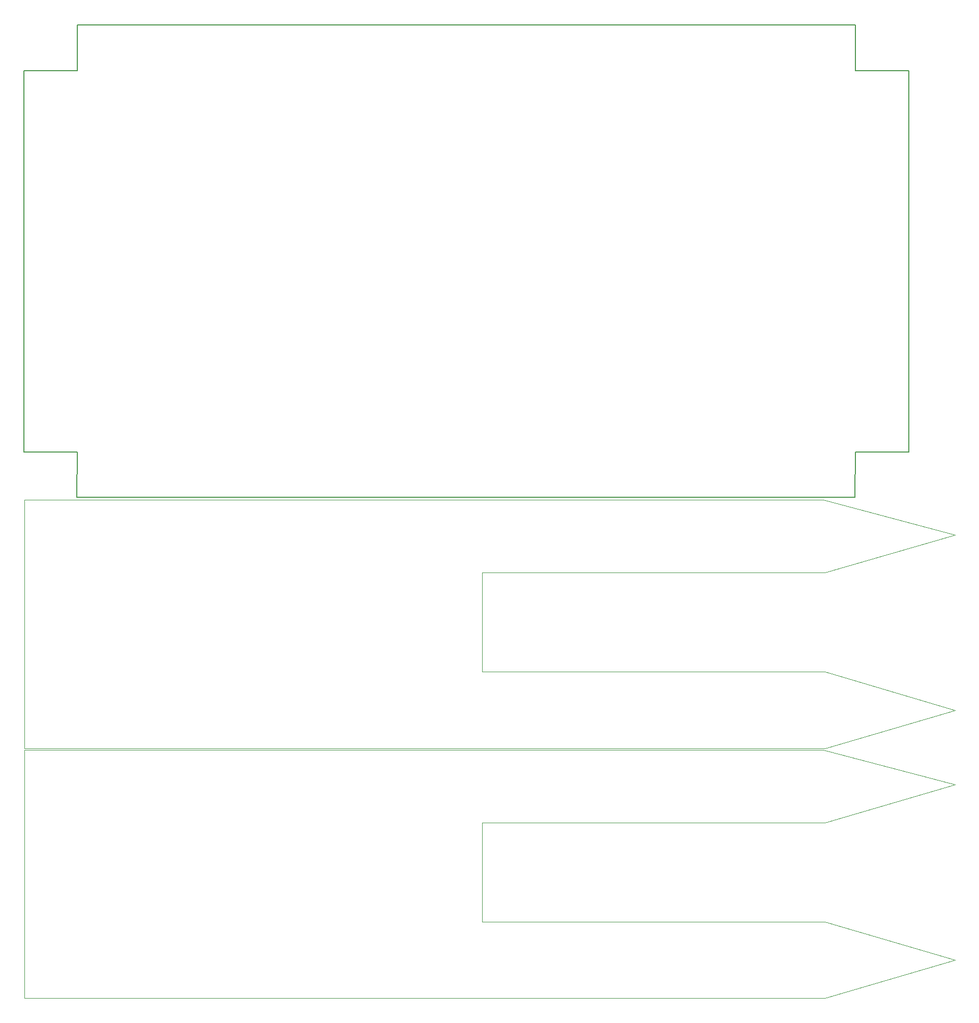
<source format=gbr>
%TF.GenerationSoftware,KiCad,Pcbnew,7.0.8*%
%TF.CreationDate,2023-11-08T20:04:04+02:00*%
%TF.ProjectId,sprinklers,73707269-6e6b-46c6-9572-732e6b696361,1.2*%
%TF.SameCoordinates,Original*%
%TF.FileFunction,Profile,NP*%
%FSLAX46Y46*%
G04 Gerber Fmt 4.6, Leading zero omitted, Abs format (unit mm)*
G04 Created by KiCad (PCBNEW 7.0.8) date 2023-11-08 20:04:04*
%MOMM*%
%LPD*%
G01*
G04 APERTURE LIST*
%TA.AperFunction,Profile*%
%ADD10C,0.100000*%
%TD*%
%TA.AperFunction,Profile*%
%ADD11C,0.200000*%
%TD*%
G04 APERTURE END LIST*
D10*
X-3160064Y-26890118D02*
X129785057Y-26890118D01*
X129785057Y-26890118D02*
X151779936Y-32662410D01*
X130063975Y-38985730D02*
X73039936Y-38977470D01*
X151779936Y-32662410D02*
X130063975Y-38985730D01*
X130055907Y-55487470D02*
X151779936Y-61872410D01*
X151779936Y-61872410D02*
X130062741Y-68257349D01*
X-3160064Y-68257349D02*
X-3160064Y-26890118D01*
X130062741Y-68257349D02*
X75688787Y-68257349D01*
X73039936Y-38977470D02*
X73039936Y-55487470D01*
X73039936Y-55487470D02*
X130055907Y-55487470D01*
X75688787Y-68257349D02*
X-3160064Y-68257349D01*
X-3165611Y14720198D02*
X129779510Y14720198D01*
X129779510Y14720198D02*
X151774389Y8947906D01*
X130058428Y2624586D02*
X73034389Y2632846D01*
X151774389Y8947906D02*
X130058428Y2624586D01*
X130050360Y-13877154D02*
X151774389Y-20262094D01*
X151774389Y-20262094D02*
X130057194Y-26647033D01*
X-3165611Y-26647033D02*
X-3165611Y14720198D01*
X130057194Y-26647033D02*
X75683240Y-26647033D01*
X73034389Y2632846D02*
X73034389Y-13877154D01*
X73034389Y-13877154D02*
X130050360Y-13877154D01*
X75683240Y-26647033D02*
X-3165611Y-26647033D01*
D11*
X135156712Y86244657D02*
X144046596Y86223834D01*
X144046596Y22723834D01*
X135156596Y22723834D01*
X135093893Y15182595D01*
X5553893Y15182595D01*
X5616596Y22723834D01*
X-3273404Y22723834D01*
X-3273404Y86223834D01*
X5616596Y86223834D01*
X5616596Y93843834D01*
X135156712Y93864657D01*
X135156712Y86244657D01*
M02*

</source>
